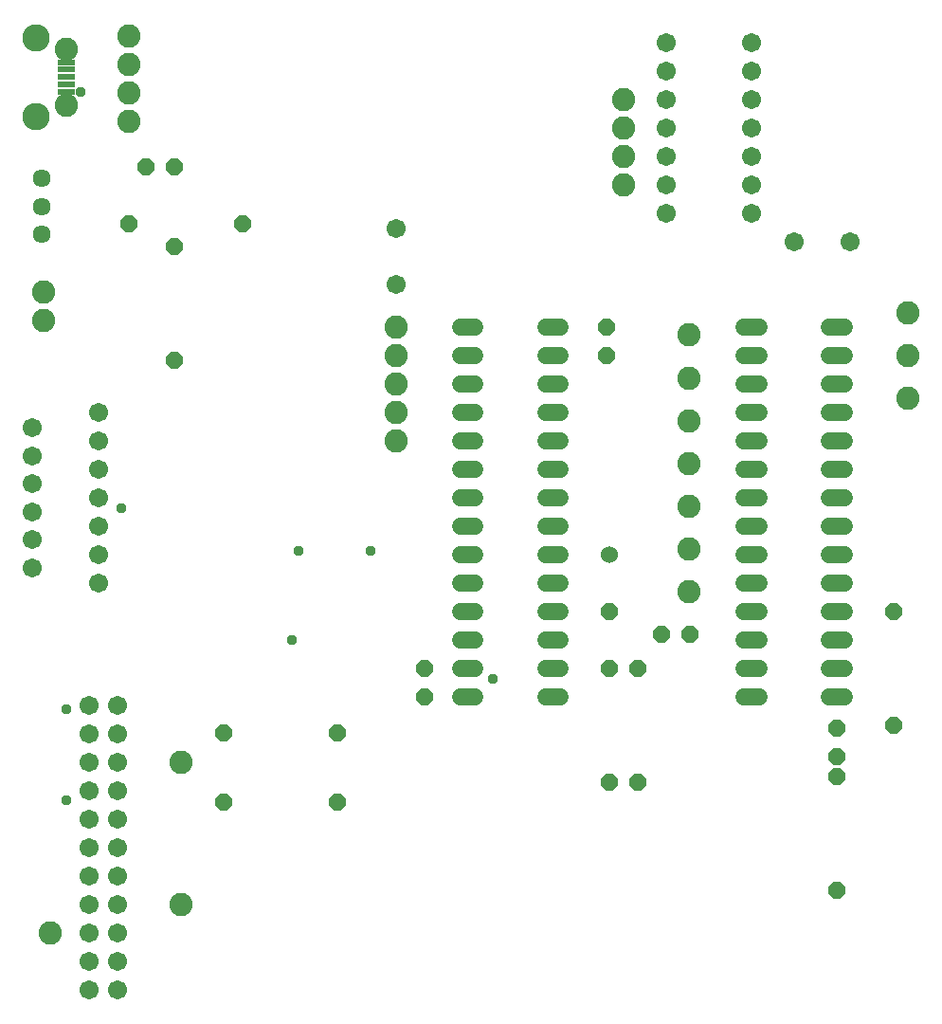
<source format=gbr>
G04 EAGLE Gerber RS-274X export*
G75*
%MOMM*%
%FSLAX34Y34*%
%LPD*%
%INSoldermask Top*%
%IPPOS*%
%AMOC8*
5,1,8,0,0,1.08239X$1,22.5*%
G01*
%ADD10C,2.082800*%
%ADD11P,1.649562X8X292.500000*%
%ADD12C,1.524000*%
%ADD13P,1.649562X8X202.500000*%
%ADD14P,1.649562X8X22.500000*%
%ADD15P,1.649562X8X112.500000*%
%ADD16C,1.524000*%
%ADD17C,1.711200*%
%ADD18R,1.553200X0.603200*%
%ADD19C,2.078200*%
%ADD20C,2.453200*%
%ADD21C,1.611200*%
%ADD22C,0.959600*%


D10*
X27940Y615950D03*
X27940Y641350D03*
D11*
X530860Y609600D03*
X530860Y584200D03*
X368300Y304800D03*
X368300Y279400D03*
D12*
X533400Y406400D03*
D11*
X533400Y355600D03*
D13*
X605790Y335280D03*
X580390Y335280D03*
D10*
X546100Y787400D03*
X546100Y812800D03*
X604520Y449580D03*
X604520Y411480D03*
X604520Y373380D03*
X800100Y622300D03*
X800100Y584200D03*
X800100Y546100D03*
X546100Y736600D03*
X546100Y762000D03*
X151130Y220980D03*
X151130Y93980D03*
X34290Y68580D03*
X604520Y603250D03*
X604520Y563880D03*
X604520Y525780D03*
X604520Y487680D03*
D14*
X119380Y753110D03*
X144780Y753110D03*
D11*
X736600Y251460D03*
X736600Y226060D03*
D15*
X144780Y580390D03*
X144780Y681990D03*
D13*
X205740Y702310D03*
X104140Y702310D03*
D11*
X533400Y304800D03*
X533400Y203200D03*
D15*
X558800Y203200D03*
X558800Y304800D03*
X736600Y106680D03*
X736600Y208280D03*
X787400Y254000D03*
X787400Y355600D03*
D14*
X189230Y247650D03*
X290830Y247650D03*
X189230Y185420D03*
X290830Y185420D03*
D16*
X400296Y610100D02*
X413504Y610100D01*
X413504Y584700D02*
X400296Y584700D01*
X400296Y559300D02*
X413504Y559300D01*
X413504Y533900D02*
X400296Y533900D01*
X400296Y508500D02*
X413504Y508500D01*
X413504Y483100D02*
X400296Y483100D01*
X400296Y457700D02*
X413504Y457700D01*
X413504Y432300D02*
X400296Y432300D01*
X400296Y406900D02*
X413504Y406900D01*
X413504Y381500D02*
X400296Y381500D01*
X400296Y356100D02*
X413504Y356100D01*
X413504Y330700D02*
X400296Y330700D01*
X400296Y305300D02*
X413504Y305300D01*
X413504Y279900D02*
X400296Y279900D01*
X476496Y279900D02*
X489704Y279900D01*
X489704Y305300D02*
X476496Y305300D01*
X476496Y330700D02*
X489704Y330700D01*
X489704Y356100D02*
X476496Y356100D01*
X476496Y381500D02*
X489704Y381500D01*
X489704Y406900D02*
X476496Y406900D01*
X476496Y432300D02*
X489704Y432300D01*
X489704Y457700D02*
X476496Y457700D01*
X476496Y483100D02*
X489704Y483100D01*
X489704Y508500D02*
X476496Y508500D01*
X476496Y533900D02*
X489704Y533900D01*
X489704Y559300D02*
X476496Y559300D01*
X476496Y584700D02*
X489704Y584700D01*
X489704Y610100D02*
X476496Y610100D01*
D17*
X698900Y685800D03*
X748900Y685800D03*
X584200Y863600D03*
X584200Y838200D03*
X584200Y812800D03*
X584200Y787400D03*
X584200Y762000D03*
X584200Y736600D03*
X584200Y711200D03*
X660400Y711200D03*
X660400Y736600D03*
X660400Y762000D03*
X660400Y787400D03*
X660400Y812800D03*
X660400Y838200D03*
X660400Y863600D03*
X68580Y271780D03*
X68580Y246380D03*
X68580Y220980D03*
X68580Y195580D03*
X68580Y170180D03*
X68580Y144780D03*
X68580Y119380D03*
X68580Y93980D03*
X68580Y68580D03*
X68580Y43180D03*
X68580Y17780D03*
X93980Y17780D03*
X93980Y43180D03*
X93980Y68580D03*
X93980Y93980D03*
X93980Y119380D03*
X93980Y144780D03*
X93980Y170180D03*
X93980Y195580D03*
X93980Y220980D03*
X93980Y246380D03*
X93980Y271780D03*
D18*
X48590Y846120D03*
X48590Y839620D03*
X48590Y833120D03*
X48590Y826620D03*
X48590Y820120D03*
D19*
X48590Y808120D03*
X48590Y858120D03*
D20*
X21590Y868120D03*
X21590Y798120D03*
D21*
X26670Y717550D03*
X26670Y692550D03*
X26670Y742550D03*
D10*
X104140Y793750D03*
X104140Y819150D03*
X104140Y844550D03*
X104140Y869950D03*
X342900Y609600D03*
X342900Y584200D03*
X342900Y558800D03*
X342900Y533400D03*
X342900Y508000D03*
D17*
X342900Y648100D03*
X342900Y698100D03*
X17780Y469700D03*
X17780Y494700D03*
X17780Y519700D03*
X17780Y444700D03*
X17780Y419700D03*
X17780Y394700D03*
X77470Y533400D03*
X77470Y508000D03*
X77470Y482600D03*
X77470Y457200D03*
X77470Y431800D03*
X77470Y406400D03*
X77470Y381000D03*
D16*
X653796Y609600D02*
X667004Y609600D01*
X667004Y584200D02*
X653796Y584200D01*
X653796Y558800D02*
X667004Y558800D01*
X667004Y533400D02*
X653796Y533400D01*
X653796Y508000D02*
X667004Y508000D01*
X667004Y482600D02*
X653796Y482600D01*
X653796Y457200D02*
X667004Y457200D01*
X667004Y431800D02*
X653796Y431800D01*
X653796Y406400D02*
X667004Y406400D01*
X667004Y381000D02*
X653796Y381000D01*
X653796Y355600D02*
X667004Y355600D01*
X667004Y330200D02*
X653796Y330200D01*
X653796Y304800D02*
X667004Y304800D01*
X667004Y279400D02*
X653796Y279400D01*
X729996Y279400D02*
X743204Y279400D01*
X743204Y304800D02*
X729996Y304800D01*
X729996Y330200D02*
X743204Y330200D01*
X743204Y355600D02*
X729996Y355600D01*
X729996Y381000D02*
X743204Y381000D01*
X743204Y406400D02*
X729996Y406400D01*
X729996Y431800D02*
X743204Y431800D01*
X743204Y457200D02*
X729996Y457200D01*
X729996Y482600D02*
X743204Y482600D01*
X743204Y508000D02*
X729996Y508000D01*
X729996Y533400D02*
X743204Y533400D01*
X743204Y558800D02*
X729996Y558800D01*
X729996Y584200D02*
X743204Y584200D01*
X743204Y609600D02*
X729996Y609600D01*
D22*
X60960Y819912D03*
X97536Y448056D03*
X320040Y409956D03*
X249936Y330708D03*
X48768Y268224D03*
X256032Y409956D03*
X48768Y187452D03*
X429768Y295656D03*
M02*

</source>
